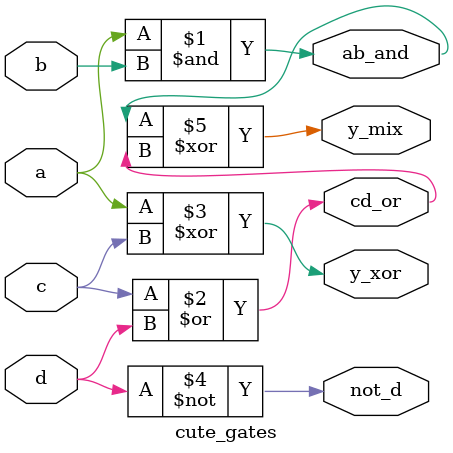
<source format=v>
module cute_gates (
    input wire a,
    input wire b,
    input wire c,
    input wire d,
    output wire ab_and,
    output wire cd_or,
    output wire not_d,
    output wire y_xor,
    output wire y_mix
);
    assign ab_and = a & b;
    assign cd_or = c | d;
    assign y_xor = a ^ c;
    assign not_d = ~d;
    assign y_mix = ab_and ^ cd_or;
endmodule

</source>
